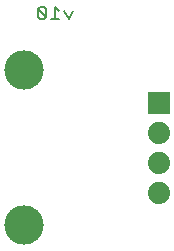
<source format=gbr>
G04 EAGLE Gerber RS-274X export*
G75*
%MOMM*%
%FSLAX34Y34*%
%LPD*%
%INBottom Copper*%
%IPPOS*%
%AMOC8*
5,1,8,0,0,1.08239X$1,22.5*%
G01*
%ADD10C,0.177800*%
%ADD11C,3.327400*%
%ADD12R,1.879600X1.879600*%
%ADD13C,1.879600*%


D10*
X117550Y243042D02*
X114076Y236093D01*
X110602Y243042D01*
X106324Y243042D02*
X102850Y246516D01*
X102850Y236093D01*
X106324Y236093D02*
X99376Y236093D01*
X95098Y237830D02*
X95098Y244779D01*
X93361Y246516D01*
X89886Y246516D01*
X88149Y244779D01*
X88149Y237830D01*
X89886Y236093D01*
X93361Y236093D01*
X95098Y237830D01*
X88149Y244779D01*
D11*
X76200Y61341D03*
X76200Y192659D03*
D12*
X190500Y165100D03*
D13*
X190500Y139700D03*
X190500Y114300D03*
X190500Y88900D03*
M02*

</source>
